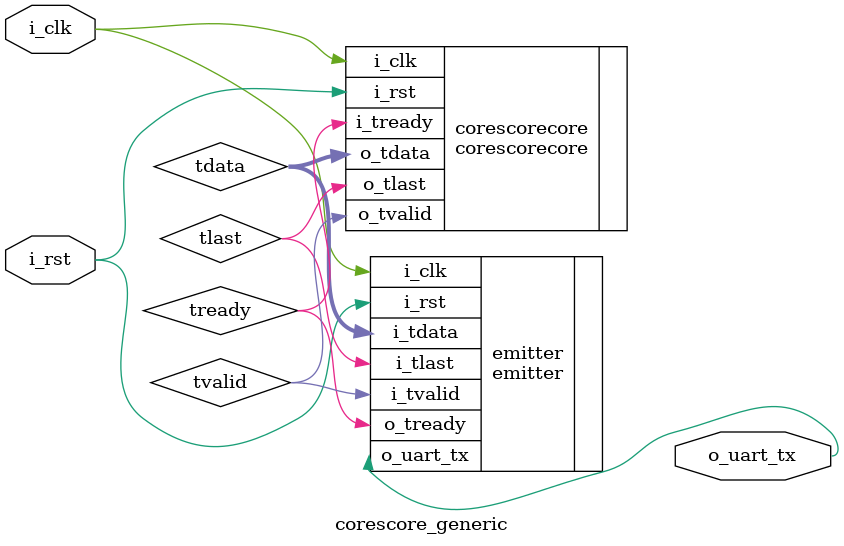
<source format=v>

`default_nettype none
module corescore_generic
(
 input wire  i_clk,
 input wire  i_rst,
 output wire o_uart_tx);

   parameter memfile_emitter = "emitter.hex";

   wire [7:0]  tdata;
   wire        tlast;
   wire        tvalid;
   wire        tready;

   corescorecore corescorecore
     (.i_clk     (i_clk),
      .i_rst     (i_rst),
      .o_tdata   (tdata),
      .o_tlast   (tlast),
      .o_tvalid  (tvalid),
      .i_tready  (tready));

   emitter #(.memfile (memfile_emitter)) emitter
     (.i_clk     (i_clk),
      .i_rst     (i_rst),
      .i_tdata   (tdata),
      .i_tlast   (tlast),
      .i_tvalid  (tvalid),
      .o_tready  (tready),
      .o_uart_tx (o_uart_tx));

endmodule

</source>
